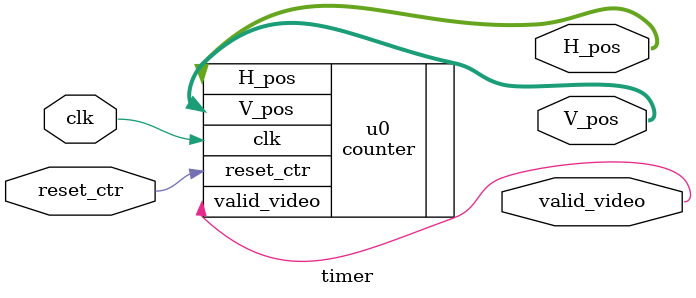
<source format=sv>

module timer (
    input logic clk,
    input logic reset_ctr,
    output logic [31:0] V_pos,
    output logic [31:0] H_pos,
    output logic valid_video
);

    counter u0 ( .clk, .reset_ctr, .V_pos, .H_pos, .valid_video);

endmodule
</source>
